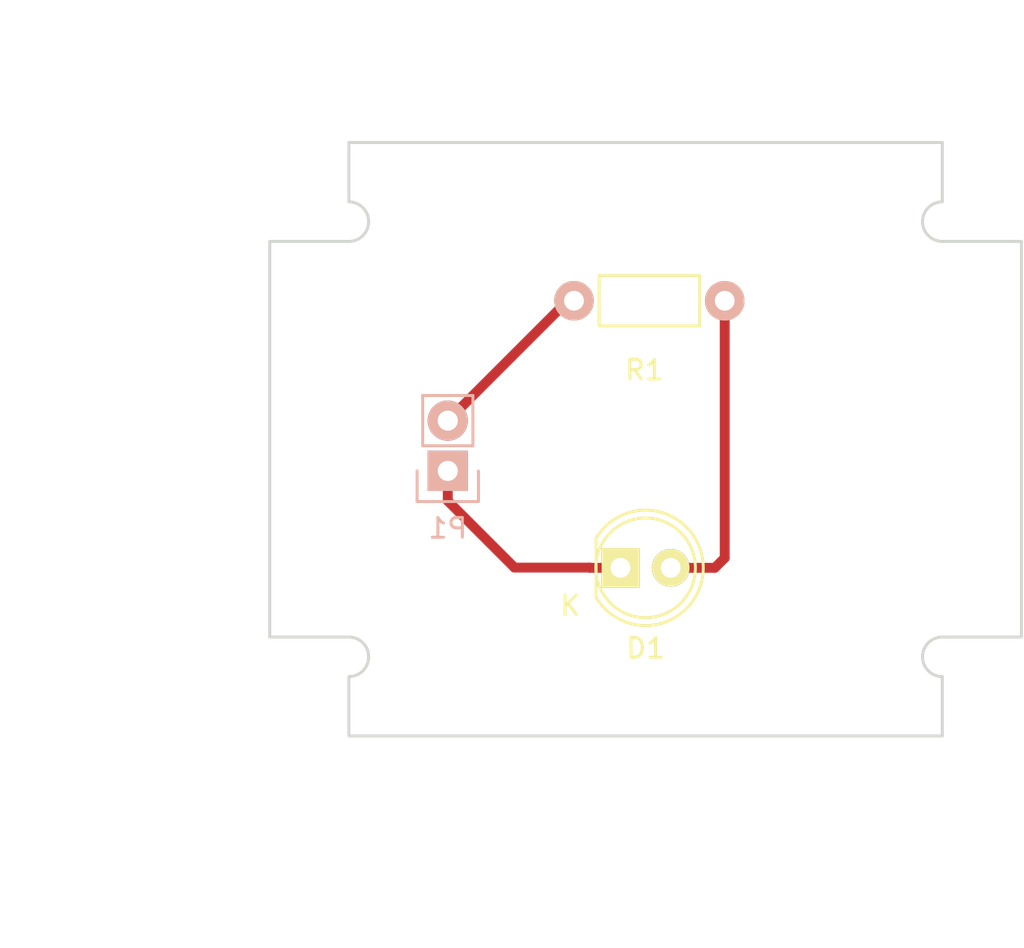
<source format=kicad_pcb>
(kicad_pcb (version 20160815) (host pcbnew "(2016-09-10 revision 7ad2f37)-master")

  (general
    (links 3)
    (no_connects 0)
    (area 117 78.3 169.075001 127.745001)
    (thickness 1.6)
    (drawings 21)
    (tracks 10)
    (zones 0)
    (modules 3)
    (nets 4)
  )

  (page A4)
  (layers
    (0 F.Cu signal)
    (31 B.Cu signal)
    (32 B.Adhes user)
    (33 F.Adhes user)
    (34 B.Paste user)
    (35 F.Paste user)
    (36 B.SilkS user)
    (37 F.SilkS user)
    (38 B.Mask user)
    (39 F.Mask user)
    (40 Dwgs.User user)
    (41 Cmts.User user)
    (42 Eco1.User user)
    (43 Eco2.User user)
    (44 Edge.Cuts user)
    (45 Margin user)
    (46 B.CrtYd user)
    (47 F.CrtYd user)
    (48 B.Fab user)
    (49 F.Fab user)
  )

  (setup
    (last_trace_width 0.5)
    (trace_clearance 0.2)
    (zone_clearance 0.508)
    (zone_45_only no)
    (trace_min 0.2)
    (segment_width 0.2)
    (edge_width 0.15)
    (via_size 0.6)
    (via_drill 0.4)
    (via_min_size 0.4)
    (via_min_drill 0.3)
    (uvia_size 0.3)
    (uvia_drill 0.1)
    (uvias_allowed no)
    (uvia_min_size 0.2)
    (uvia_min_drill 0.1)
    (pcb_text_width 0.3)
    (pcb_text_size 1.5 1.5)
    (mod_edge_width 0.15)
    (mod_text_size 1 1)
    (mod_text_width 0.15)
    (pad_size 1.524 1.524)
    (pad_drill 0.762)
    (pad_to_mask_clearance 0.2)
    (aux_axis_origin 150 100)
    (visible_elements FFFFFF7F)
    (pcbplotparams
      (layerselection 0x000f0_ffffffff)
      (usegerberextensions true)
      (excludeedgelayer false)
      (linewidth 0.100000)
      (plotframeref false)
      (viasonmask false)
      (mode 1)
      (useauxorigin true)
      (hpglpennumber 1)
      (hpglpenspeed 20)
      (hpglpendiameter 15)
      (psnegative false)
      (psa4output false)
      (plotreference true)
      (plotvalue true)
      (plotinvisibletext false)
      (padsonsilk false)
      (subtractmaskfromsilk false)
      (outputformat 1)
      (mirror false)
      (drillshape 0)
      (scaleselection 1)
      (outputdirectory ditos-LED-20160908))
  )

  (net 0 "")
  (net 1 "Net-(D1-Pad1)")
  (net 2 "Net-(D1-Pad2)")
  (net 3 "Net-(P1-Pad2)")

  (net_class Default "This is the default net class."
    (clearance 0.2)
    (trace_width 0.5)
    (via_dia 0.6)
    (via_drill 0.4)
    (uvia_dia 0.3)
    (uvia_drill 0.1)
    (diff_pair_gap 0.25)
    (diff_pair_width 0.2)
    (add_net "Net-(D1-Pad1)")
    (add_net "Net-(D1-Pad2)")
    (add_net "Net-(P1-Pad2)")
  )

  (module LEDs:LED-5MM (layer F.Cu) (tedit 5570F7EA) (tstamp 57D03C63)
    (at 150 106.5)
    (descr "LED 5mm round vertical")
    (tags "LED 5mm round vertical")
    (path /57D03AF3)
    (fp_text reference D1 (at 0 4.064) (layer F.SilkS)
      (effects (font (size 1 1) (thickness 0.15)))
    )
    (fp_text value LED (at 0 -3.937) (layer F.Fab)
      (effects (font (size 1 1) (thickness 0.15)))
    )
    (fp_line (start -2.77 -1.55) (end -2.77 1.55) (layer F.CrtYd) (width 0.05))
    (fp_arc (start 0.03 0) (end -2.77 1.55) (angle -302) (layer F.CrtYd) (width 0.05))
    (fp_arc (start 0 0) (end -2.5 -1.5) (angle 297.5) (layer F.SilkS) (width 0.15))
    (fp_line (start -2.5 1.5) (end -2.5 -1.5) (layer F.SilkS) (width 0.15))
    (fp_circle (center 0 0) (end -0.3 -2.5) (layer F.SilkS) (width 0.15))
    (fp_text user K (at -3.81 1.905) (layer F.SilkS)
      (effects (font (size 1 1) (thickness 0.15)))
    )
    (pad 1 thru_hole rect (at -1.27 0 90) (size 2 1.9) (drill 1.00076) (layers *.Cu *.Mask F.SilkS)
      (net 1 "Net-(D1-Pad1)"))
    (pad 2 thru_hole circle (at 1.27 0) (size 1.9 1.9) (drill 1.00076) (layers *.Cu *.Mask F.SilkS)
      (net 2 "Net-(D1-Pad2)"))
    (model LEDs.3dshapes/LED-5MM.wrl
      (at (xyz 0.05 0 0))
      (scale (xyz 1 1 1))
      (rotate (xyz 0 0 90))
    )
  )

  (module Pin_Headers:Pin_Header_Straight_1x02 (layer B.Cu) (tedit 54EA090C) (tstamp 57D03C69)
    (at 140 101.6)
    (descr "Through hole pin header")
    (tags "pin header")
    (path /57D03BBA)
    (fp_text reference P1 (at 0 2.9) (layer B.SilkS)
      (effects (font (size 1 1) (thickness 0.15)) (justify mirror))
    )
    (fp_text value CONN_01X02 (at 0 3.1) (layer B.Fab)
      (effects (font (size 1 1) (thickness 0.15)) (justify mirror))
    )
    (fp_line (start 1.27 -1.27) (end 1.27 -3.81) (layer B.SilkS) (width 0.15))
    (fp_line (start 1.55 1.55) (end 1.55 0) (layer B.SilkS) (width 0.15))
    (fp_line (start -1.75 1.75) (end -1.75 -4.3) (layer B.CrtYd) (width 0.05))
    (fp_line (start 1.75 1.75) (end 1.75 -4.3) (layer B.CrtYd) (width 0.05))
    (fp_line (start -1.75 1.75) (end 1.75 1.75) (layer B.CrtYd) (width 0.05))
    (fp_line (start -1.75 -4.3) (end 1.75 -4.3) (layer B.CrtYd) (width 0.05))
    (fp_line (start 1.27 -1.27) (end -1.27 -1.27) (layer B.SilkS) (width 0.15))
    (fp_line (start -1.55 0) (end -1.55 1.55) (layer B.SilkS) (width 0.15))
    (fp_line (start -1.55 1.55) (end 1.55 1.55) (layer B.SilkS) (width 0.15))
    (fp_line (start -1.27 -1.27) (end -1.27 -3.81) (layer B.SilkS) (width 0.15))
    (fp_line (start -1.27 -3.81) (end 1.27 -3.81) (layer B.SilkS) (width 0.15))
    (pad 1 thru_hole rect (at 0 0) (size 2.032 2.032) (drill 1.016) (layers *.Cu *.Mask B.SilkS)
      (net 1 "Net-(D1-Pad1)"))
    (pad 2 thru_hole oval (at 0 -2.54) (size 2.032 2.032) (drill 1.016) (layers *.Cu *.Mask B.SilkS)
      (net 3 "Net-(P1-Pad2)"))
    (model Pin_Headers.3dshapes/Pin_Header_Straight_1x02.wrl
      (at (xyz 0 -0.05 0))
      (scale (xyz 1 1 1))
      (rotate (xyz 0 0 90))
    )
  )

  (module Resistors_ThroughHole:Resistor_Horizontal_RM7mm (layer F.Cu) (tedit 569FCF07) (tstamp 57D03C6F)
    (at 154 93 180)
    (descr "Resistor, Axial,  RM 7.62mm, 1/3W,")
    (tags "Resistor Axial RM 7.62mm 1/3W R3")
    (path /57D03C22)
    (fp_text reference R1 (at 4.05892 -3.50012 180) (layer F.SilkS)
      (effects (font (size 1 1) (thickness 0.15)))
    )
    (fp_text value R (at 3.81 3.81 180) (layer F.Fab)
      (effects (font (size 1 1) (thickness 0.15)))
    )
    (fp_line (start -1.25 -1.5) (end 8.85 -1.5) (layer F.CrtYd) (width 0.05))
    (fp_line (start -1.25 1.5) (end -1.25 -1.5) (layer F.CrtYd) (width 0.05))
    (fp_line (start 8.85 -1.5) (end 8.85 1.5) (layer F.CrtYd) (width 0.05))
    (fp_line (start -1.25 1.5) (end 8.85 1.5) (layer F.CrtYd) (width 0.05))
    (fp_line (start 1.27 -1.27) (end 6.35 -1.27) (layer F.SilkS) (width 0.15))
    (fp_line (start 6.35 -1.27) (end 6.35 1.27) (layer F.SilkS) (width 0.15))
    (fp_line (start 6.35 1.27) (end 1.27 1.27) (layer F.SilkS) (width 0.15))
    (fp_line (start 1.27 1.27) (end 1.27 -1.27) (layer F.SilkS) (width 0.15))
    (pad 1 thru_hole circle (at 0 0 180) (size 1.99898 1.99898) (drill 1.00076) (layers *.Cu *.SilkS *.Mask)
      (net 2 "Net-(D1-Pad2)"))
    (pad 2 thru_hole circle (at 7.62 0 180) (size 1.99898 1.99898) (drill 1.00076) (layers *.Cu *.SilkS *.Mask)
      (net 3 "Net-(P1-Pad2)"))
  )

  (dimension 38 (width 0.3) (layer Eco1.User)
    (gr_text "38.000 mm" (at 150 82.4) (layer Eco1.User)
      (effects (font (size 1.5 1.5) (thickness 0.3)))
    )
    (feature1 (pts (xy 169 88) (xy 169 81.05)))
    (feature2 (pts (xy 131 88) (xy 131 81.05)))
    (crossbar (pts (xy 131 83.75) (xy 169 83.75)))
    (arrow1a (pts (xy 169 83.75) (xy 167.873496 84.336421)))
    (arrow1b (pts (xy 169 83.75) (xy 167.873496 83.163579)))
    (arrow2a (pts (xy 131 83.75) (xy 132.126504 84.336421)))
    (arrow2b (pts (xy 131 83.75) (xy 132.126504 83.163579)))
  )
  (dimension 4 (width 0.3) (layer Eco1.User)
    (gr_text "4.000 mm" (at 133 79.65) (layer Eco1.User)
      (effects (font (size 1.5 1.5) (thickness 0.3)))
    )
    (feature1 (pts (xy 131 88) (xy 131 78.3)))
    (feature2 (pts (xy 135 88) (xy 135 78.3)))
    (crossbar (pts (xy 135 81) (xy 131 81)))
    (arrow1a (pts (xy 131 81) (xy 132.126504 80.413579)))
    (arrow1b (pts (xy 131 81) (xy 132.126504 81.586421)))
    (arrow2a (pts (xy 135 81) (xy 133.873496 80.413579)))
    (arrow2b (pts (xy 135 81) (xy 133.873496 81.586421)))
  )
  (dimension 8.5 (width 0.3) (layer Eco1.User)
    (gr_text "8.500 mm" (at 158.35 110.75 90) (layer Eco1.User)
      (effects (font (size 1.5 1.5) (thickness 0.3)))
    )
    (feature1 (pts (xy 150 106.5) (xy 159.7 106.5)))
    (feature2 (pts (xy 150 115) (xy 159.7 115)))
    (crossbar (pts (xy 157 115) (xy 157 106.5)))
    (arrow1a (pts (xy 157 106.5) (xy 157.586421 107.626504)))
    (arrow1b (pts (xy 157 106.5) (xy 156.413579 107.626504)))
    (arrow2a (pts (xy 157 115) (xy 157.586421 113.873496)))
    (arrow2b (pts (xy 157 115) (xy 156.413579 113.873496)))
  )
  (gr_line (start 135 88) (end 135 85) (layer Edge.Cuts) (width 0.15))
  (gr_line (start 135 112) (end 135 115) (layer Edge.Cuts) (width 0.15))
  (gr_line (start 165 112) (end 165 115) (layer Edge.Cuts) (width 0.15))
  (gr_line (start 165 85) (end 165 88) (layer Edge.Cuts) (width 0.15))
  (gr_arc (start 165 89) (end 165 90) (angle 180) (layer Edge.Cuts) (width 0.15))
  (gr_arc (start 165 111) (end 165 112) (angle 180) (layer Edge.Cuts) (width 0.15))
  (gr_arc (start 135 111) (end 135 110) (angle 180) (layer Edge.Cuts) (width 0.15))
  (gr_arc (start 135 89) (end 135 88) (angle 180) (layer Edge.Cuts) (width 0.15))
  (gr_line (start 131 90) (end 135 90) (layer Edge.Cuts) (width 0.15))
  (gr_line (start 131 110) (end 131 90) (layer Edge.Cuts) (width 0.15))
  (gr_line (start 135 110) (end 131 110) (layer Edge.Cuts) (width 0.15))
  (gr_line (start 169 110) (end 165 110) (layer Edge.Cuts) (width 0.15))
  (gr_line (start 169 90) (end 169 110) (layer Edge.Cuts) (width 0.15))
  (gr_line (start 165 90) (end 169 90) (layer Edge.Cuts) (width 0.15))
  (gr_line (start 165 85) (end 135 85) (layer Edge.Cuts) (width 0.15))
  (gr_line (start 135 115) (end 165 115) (layer Edge.Cuts) (width 0.15))
  (dimension 30 (width 0.3) (layer Eco1.User)
    (gr_text "30.000 mm" (at 150 126.35) (layer Eco1.User)
      (effects (font (size 1.5 1.5) (thickness 0.3)))
    )
    (feature1 (pts (xy 165 115) (xy 165 127.7)))
    (feature2 (pts (xy 135 115) (xy 135 127.7)))
    (crossbar (pts (xy 135 125) (xy 165 125)))
    (arrow1a (pts (xy 165 125) (xy 163.873496 125.586421)))
    (arrow1b (pts (xy 165 125) (xy 163.873496 124.413579)))
    (arrow2a (pts (xy 135 125) (xy 136.126504 125.586421)))
    (arrow2b (pts (xy 135 125) (xy 136.126504 124.413579)))
  )
  (dimension 30 (width 0.3) (layer Eco1.User)
    (gr_text "30.000 mm" (at 123.65 100 270) (layer Eco1.User)
      (effects (font (size 1.5 1.5) (thickness 0.3)))
    )
    (feature1 (pts (xy 135 115) (xy 122.3 115)))
    (feature2 (pts (xy 135 85) (xy 122.3 85)))
    (crossbar (pts (xy 125 85) (xy 125 115)))
    (arrow1a (pts (xy 125 115) (xy 124.413579 113.873496)))
    (arrow1b (pts (xy 125 115) (xy 125.586421 113.873496)))
    (arrow2a (pts (xy 125 85) (xy 124.413579 86.126504)))
    (arrow2b (pts (xy 125 85) (xy 125.586421 86.126504)))
  )

  (segment (start 147.1654 106.4895) (end 147.1759 106.5) (width 0.5) (layer F.Cu) (net 1))
  (segment (start 147.1759 106.5) (end 148.73 106.5) (width 0.5) (layer F.Cu) (net 1))
  (segment (start 140 101.6) (end 140 103.116) (width 0.5) (layer F.Cu) (net 1))
  (segment (start 140 103.116) (end 143.3735 106.4895) (width 0.5) (layer F.Cu) (net 1))
  (segment (start 143.3735 106.4895) (end 147.1654 106.4895) (width 0.5) (layer F.Cu) (net 1))
  (segment (start 151.27 106.5) (end 153.5 106.5) (width 0.5) (layer F.Cu) (net 2))
  (segment (start 153.5 106.5) (end 154 106) (width 0.5) (layer F.Cu) (net 2))
  (segment (start 154 106) (end 154 93) (width 0.5) (layer F.Cu) (net 2))
  (segment (start 140 99.06) (end 146.06 93) (width 0.5) (layer F.Cu) (net 3))
  (segment (start 146.06 93) (end 146.38 93) (width 0.5) (layer F.Cu) (net 3))

)

</source>
